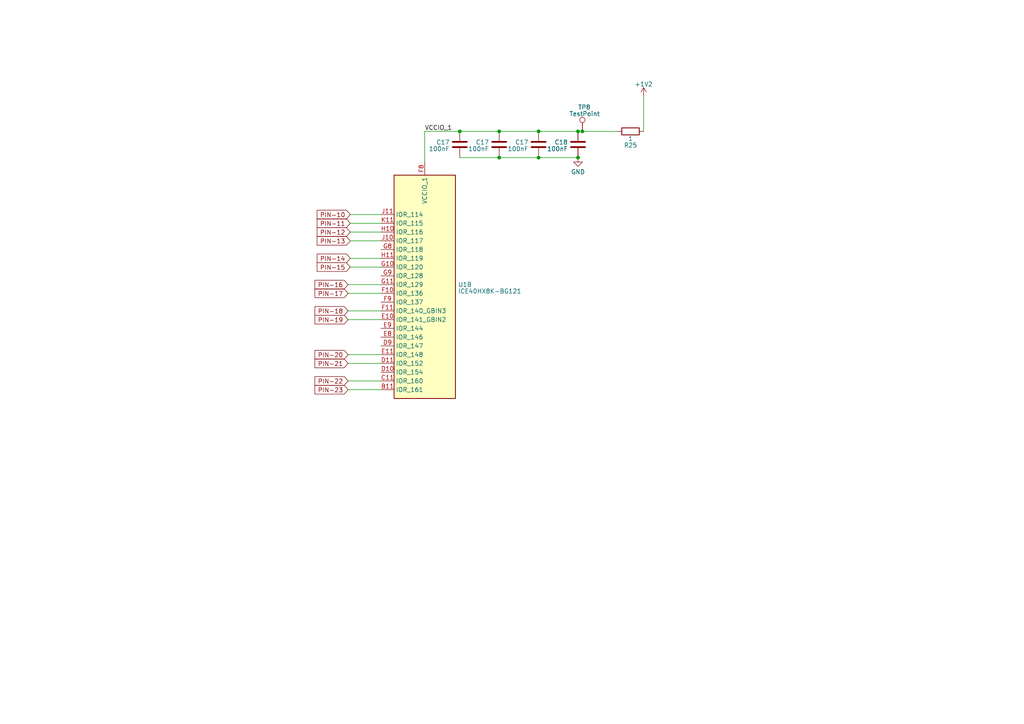
<source format=kicad_sch>
(kicad_sch (version 20230121) (generator eeschema)
  (paper "A4")
  (title_block (date "2023-04-22") (rev "V0.1"))
  (lib_symbols
    (symbol "Connector:TestPoint" (pin_numbers hide) (pin_names (offset 0.762) hide)
      (property "Reference" "TP" (at 0 6.858 0))
      (property "Value" "TestPoint" (at 0 5.08 0))
      (symbol "TestPoint_0_1"
        (circle (center 0 3.302) (radius 0.762))
      )
      (symbol "TestPoint_1_1"
        (pin passive line (at 0 0 90) (length 2.54) (name "1") (number "1"))
      )
    )
    (symbol "Device:C" (pin_numbers hide) (pin_names (offset 0.254))
      (property "Reference" "C" (at 0.635 2.54 0))
      (property "Value" "C" (at 0.635 -2.54 0))
      (symbol "C_0_1"
        (polyline (pts (xy -2.032 -0.762) (xy 2.032 -0.762)) (stroke (width 0.508)))
        (polyline (pts (xy -2.032 0.762) (xy 2.032 0.762)) (stroke (width 0.508)))
      )
      (symbol "C_1_1"
        (pin passive line (at 0 3.81 270) (length 2.794) (name "~") (number "1"))
        (pin passive line (at 0 -3.81 90) (length 2.794) (name "~") (number "2"))
      )
    )
    (symbol "Device:R" (pin_numbers hide) (pin_names (offset 0))
      (property "Reference" "R" (at 2.032 0 90))
      (property "Value" "R" (at 0 0 90))
      (symbol "R_0_1"
        (rectangle (start -1.016 -2.54) (end 1.016 2.54) (stroke (width 0.254)))
      )
      (symbol "R_1_1"
        (pin passive line (at 0 3.81 270) (length 1.27) (name "~") (number "1"))
        (pin passive line (at 0 -3.81 90) (length 1.27) (name "~") (number "2"))
      )
    )
    (symbol "FPGA_Lattice:ICE40HX8K-BG121"
      (property "Reference" "U" (at 2.54 44.45 0))
      (property "Value" "ICE40HX8K-BG121" (at 10.16 41.91 0))
      (symbol "ICE40HX8K-BG121_1_1"
        (rectangle (start -8.89 31.75) (end 8.89 -38.1) (stroke (width 0.254)) (fill (type background)))
        (pin bidirectional line (at -12.7 -35.56 0) (length 3.81) (name "IOT_225") (number "A1"))
        (pin bidirectional line (at -12.7 17.78 0) (length 3.81) (name "IOT_170") (number "A10"))
        (pin bidirectional line (at -12.7 20.32 0) (length 3.81) (name "IOT_168") (number "A11"))
        (pin bidirectional line (at -12.7 -30.48 0) (length 3.81) (name "IOT_222") (number "A2"))
        (pin bidirectional line (at -12.7 -33.02 0) (length 3.81) (name "IOT_223") (number "A3"))
        (pin bidirectional line (at -12.7 -20.32 0) (length 3.81) (name "IOT_211") (number "A4"))
        (pin bidirectional line (at -12.7 -15.24 0) (length 3.81) (name "IOT_207") (number "A5"))
        (pin bidirectional line (at -12.7 -12.7 0) (length 3.81) (name "IOT_206") (number "A6"))
        (pin bidirectional line (at -12.7 -5.08 0) (length 3.81) (name "IOT_192") (number "A7"))
        (pin bidirectional line (at -12.7 0 0) (length 3.81) (name "IOT_190") (number "A8"))
        (pin bidirectional line (at -12.7 7.62 0) (length 3.81) (name "IOT_178") (number "A9"))
        (pin bidirectional line (at -12.7 -27.94 0) (length 3.81) (name "IOT_221") (number "B3"))
        (pin bidirectional line (at -12.7 -25.4 0) (length 3.81) (name "IOT_219") (number "B4"))
        (pin bidirectional line (at -12.7 -17.78 0) (length 3.81) (name "IOT_208") (number "B5"))
        (pin bidirectional line (at -12.7 -10.16 0) (length 3.81) (name "IOT_198_GBIN0") (number "B6"))
        (pin bidirectional line (at -12.7 -7.62 0) (length 3.81) (name "IOT_197_GBIN1") (number "B7"))
        (pin bidirectional line (at -12.7 10.16 0) (length 3.81) (name "IOT_177") (number "B8"))
        (pin bidirectional line (at -12.7 12.7 0) (length 3.81) (name "IOT_174") (number "B9"))
        (pin bidirectional line (at -12.7 -2.54 0) (length 3.81) (name "IOT_191") (number "C7"))
        (pin bidirectional line (at -12.7 5.08 0) (length 3.81) (name "IOT_179") (number "C8"))
        (pin bidirectional line (at -12.7 15.24 0) (length 3.81) (name "IOT_172") (number "C9"))
        (pin bidirectional line (at -12.7 -22.86 0) (length 3.81) (name "IOT_212") (number "D5"))
        (pin power_in line (at 0 35.56 270) (length 3.81) (name "VCCIO_0") (number "D6"))
        (pin bidirectional line (at -12.7 2.54 0) (length 3.81) (name "IOT_181") (number "D7"))
      )
      (symbol "ICE40HX8K-BG121_2_1"
        (rectangle (start -8.89 31.75) (end 8.89 -33.02) (stroke (width 0.254)) (fill (type background)))
        (pin bidirectional line (at -12.7 -30.48 0) (length 3.81) (name "IOR_161") (number "B11"))
        (pin bidirectional line (at -12.7 -27.94 0) (length 3.81) (name "IOR_160") (number "C11"))
        (pin bidirectional line (at -12.7 -25.4 0) (length 3.81) (name "IOR_154") (number "D10"))
        (pin bidirectional line (at -12.7 -22.86 0) (length 3.81) (name "IOR_152") (number "D11"))
        (pin bidirectional line (at -12.7 -17.78 0) (length 3.81) (name "IOR_147") (number "D9"))
        (pin bidirectional line (at -12.7 -10.16 0) (length 3.81) (name "IOR_141_GBIN2") (number "E10"))
        (pin bidirectional line (at -12.7 -20.32 0) (length 3.81) (name "IOR_148") (number "E11"))
        (pin bidirectional line (at -12.7 -15.24 0) (length 3.81) (name "IOR_146") (number "E8"))
        (pin bidirectional line (at -12.7 -12.7 0) (length 3.81) (name "IOR_144") (number "E9"))
        (pin bidirectional line (at -12.7 -2.54 0) (length 3.81) (name "IOR_136") (number "F10"))
        (pin bidirectional line (at -12.7 -7.62 0) (length 3.81) (name "IOR_140_GBIN3") (number "F11"))
        (pin power_in line (at 0 35.56 270) (length 3.81) (name "VCCIO_1") (number "F8"))
        (pin bidirectional line (at -12.7 -5.08 0) (length 3.81) (name "IOR_137") (number "F9"))
        (pin bidirectional line (at -12.7 5.08 0) (length 3.81) (name "IOR_120") (number "G10"))
        (pin bidirectional line (at -12.7 0 0) (length 3.81) (name "IOR_129") (number "G11"))
        (pin bidirectional line (at -12.7 10.16 0) (length 3.81) (name "IOR_118") (number "G8"))
        (pin bidirectional line (at -12.7 2.54 0) (length 3.81) (name "IOR_128") (number "G9"))
        (pin bidirectional line (at -12.7 15.24 0) (length 3.81) (name "IOR_116") (number "H10"))
        (pin bidirectional line (at -12.7 7.62 0) (length 3.81) (name "IOR_119") (number "H11"))
        (pin bidirectional line (at -12.7 12.7 0) (length 3.81) (name "IOR_117") (number "J10"))
        (pin bidirectional line (at -12.7 20.32 0) (length 3.81) (name "IOR_114") (number "J11"))
        (pin bidirectional line (at -12.7 17.78 0) (length 3.81) (name "IOR_115") (number "K11"))
      )
      (symbol "ICE40HX8K-BG121_3_1"
        (rectangle (start -11.43 29.21) (end 11.43 -31.75) (stroke (width 0.254)) (fill (type background)))
        (pin power_in line (at 0 33.02 270) (length 3.81) (name "VCCIO_2") (number "H6"))
        (pin bidirectional line (at -15.24 -15.24 0) (length 3.81) (name "IOB_87") (number "H7"))
        (pin bidirectional line (at -15.24 -27.94 0) (length 3.81) (name "IOB_104_CBSEL1") (number "H9"))
        (pin bidirectional line (at -15.24 15.24 0) (length 3.81) (name "IOB_57") (number "J3"))
        (pin bidirectional line (at -15.24 7.62 0) (length 3.81) (name "IOB_64") (number "J4"))
        (pin bidirectional line (at -15.24 -2.54 0) (length 3.81) (name "IOB_78") (number "J5"))
        (pin bidirectional line (at -15.24 -12.7 0) (length 3.81) (name "IOB_86") (number "J7"))
        (pin bidirectional line (at -15.24 -20.32 0) (length 3.81) (name "IOB_91") (number "J8"))
        (pin bidirectional line (at -15.24 10.16 0) (length 3.81) (name "IOB_63") (number "K3"))
        (pin bidirectional line (at -15.24 0 0) (length 3.81) (name "IOB_73") (number "K4"))
        (pin bidirectional line (at -15.24 -5.08 0) (length 3.81) (name "IOB_79") (number "K5"))
        (pin bidirectional line (at -15.24 -10.16 0) (length 3.81) (name "IOB_82_GBIN4") (number "K6"))
        (pin bidirectional line (at -15.24 -17.78 0) (length 3.81) (name "IOB_89") (number "K7"))
        (pin open_collector line (at 15.24 25.4 180) (length 3.81) (name "CDONE") (number "K8"))
        (pin bidirectional line (at -15.24 17.78 0) (length 3.81) (name "IOB_56") (number "L1"))
        (pin bidirectional line (at -15.24 12.7 0) (length 3.81) (name "IOB_61") (number "L2"))
        (pin bidirectional line (at -15.24 5.08 0) (length 3.81) (name "IOB_71") (number "L3"))
        (pin bidirectional line (at -15.24 2.54 0) (length 3.81) (name "IOB_72") (number "L4"))
        (pin bidirectional line (at -15.24 -7.62 0) (length 3.81) (name "IOB_81_GBIN5") (number "L5"))
        (pin bidirectional line (at -15.24 -22.86 0) (length 3.81) (name "IOB_94") (number "L7"))
        (pin bidirectional line (at -15.24 -25.4 0) (length 3.81) (name "IOB_103_CBSEL0") (number "L8"))
        (pin input line (at -15.24 25.4 0) (length 3.81) (name "~{CRESET}") (number "L9"))
      )
      (symbol "ICE40HX8K-BG121_4_1"
        (rectangle (start -8.89 39.37) (end 8.89 -39.37) (stroke (width 0.254)) (fill (type background)))
        (pin bidirectional line (at -12.7 27.94 0) (length 3.81) (name "IOL_2A") (number "B1"))
        (pin bidirectional line (at -12.7 25.4 0) (length 3.81) (name "IOL_2B") (number "B2"))
        (pin bidirectional line (at -12.7 15.24 0) (length 3.81) (name "IOL_5B") (number "C1"))
        (pin bidirectional line (at -12.7 17.78 0) (length 3.81) (name "IOL_5A") (number "C2"))
        (pin bidirectional line (at -12.7 20.32 0) (length 3.81) (name "IOL_4B") (number "C3"))
        (pin bidirectional line (at -12.7 22.86 0) (length 3.81) (name "IOL_4A") (number "C4"))
        (pin bidirectional line (at -12.7 10.16 0) (length 3.81) (name "IOL_8B") (number "D1"))
        (pin bidirectional line (at -12.7 7.62 0) (length 3.81) (name "IOL_9A") (number "D2"))
        (pin bidirectional line (at -12.7 5.08 0) (length 3.81) (name "IOL_9B") (number "D3"))
        (pin bidirectional line (at -12.7 12.7 0) (length 3.81) (name "IOL_8A") (number "E1"))
        (pin bidirectional line (at -12.7 2.54 0) (length 3.81) (name "IOL_10A") (number "E2"))
        (pin bidirectional line (at -12.7 0 0) (length 3.81) (name "IOL_10B") (number "E3"))
        (pin power_in line (at 0 43.18 270) (length 3.81) (name "VCCIO_3") (number "E4"))
        (pin bidirectional line (at -12.7 -2.54 0) (length 3.81) (name "IOL_12A") (number "F1"))
        (pin bidirectional line (at -12.7 -5.08 0) (length 3.81) (name "IOL_12B") (number "F2"))
        (pin bidirectional line (at -12.7 -10.16 0) (length 3.81) (name "IOL_13B_GBIN7") (number "F3"))
        (pin bidirectional line (at -12.7 -7.62 0) (length 3.81) (name "IOL_13A") (number "F4"))
        (pin bidirectional line (at -12.7 -12.7 0) (length 3.81) (name "IOL_14A_GBIN6") (number "G1"))
        (pin bidirectional line (at -12.7 -15.24 0) (length 3.81) (name "IOL_14B") (number "G2"))
        (pin bidirectional line (at -12.7 -17.78 0) (length 3.81) (name "IOL_17A") (number "G3"))
        (pin passive line (at 0 43.18 270) (length 3.81) hide (name "VCCIO_3") (number "G4"))
        (pin bidirectional line (at -12.7 -22.86 0) (length 3.81) (name "IOL_18A") (number "H1"))
        (pin bidirectional line (at -12.7 -25.4 0) (length 3.81) (name "IOL_18B") (number "H2"))
        (pin bidirectional line (at -12.7 -20.32 0) (length 3.81) (name "IOL_17B") (number "H3"))
        (pin bidirectional line (at -12.7 -27.94 0) (length 3.81) (name "IOL_23A") (number "J1"))
        (pin bidirectional line (at -12.7 -35.56 0) (length 3.81) (name "IOL_25B") (number "J2"))
        (pin bidirectional line (at -12.7 -30.48 0) (length 3.81) (name "IOL_23B") (number "K1"))
        (pin bidirectional line (at -12.7 -33.02 0) (length 3.81) (name "IOL_25A") (number "K2"))
      )
      (symbol "ICE40HX8K-BG121_5_1"
        (rectangle (start -11.43 13.97) (end 11.43 -13.97) (stroke (width 0.254)) (fill (type background)))
        (pin power_in line (at -2.54 17.78 270) (length 3.81) (name "VPP_FAST") (number "B10"))
        (pin power_in line (at 0 17.78 270) (length 3.81) (name "VPP_2V5") (number "C10"))
        (pin power_in line (at 15.24 -10.16 180) (length 3.81) (name "GNDPLL1") (number "C5"))
        (pin power_in line (at 15.24 -2.54 180) (length 3.81) (name "VCCPLL1") (number "C6"))
        (pin passive line (at 2.54 17.78 270) (length 3.81) hide (name "VCC") (number "D4"))
        (pin power_in line (at 2.54 17.78 270) (length 3.81) (name "VCC") (number "D8"))
        (pin power_in line (at -7.62 -17.78 90) (length 3.81) (name "GND") (number "E5"))
        (pin passive line (at -7.62 -17.78 90) (length 3.81) hide (name "GND") (number "E6"))
        (pin passive line (at -7.62 -17.78 90) (length 3.81) hide (name "GND") (number "E7"))
        (pin passive line (at -7.62 -17.78 90) (length 3.81) hide (name "GND") (number "F5"))
        (pin passive line (at -7.62 -17.78 90) (length 3.81) hide (name "GND") (number "F6"))
        (pin passive line (at -7.62 -17.78 90) (length 3.81) hide (name "GND") (number "F7"))
        (pin passive line (at -7.62 -17.78 90) (length 3.81) hide (name "GND") (number "G5"))
        (pin passive line (at -7.62 -17.78 90) (length 3.81) hide (name "GND") (number "G6"))
        (pin passive line (at -7.62 -17.78 90) (length 3.81) hide (name "GND") (number "G7"))
        (pin passive line (at 2.54 17.78 270) (length 3.81) hide (name "VCC") (number "H4"))
        (pin passive line (at -7.62 -17.78 90) (length 3.81) hide (name "GND") (number "H5"))
        (pin passive line (at 2.54 17.78 270) (length 3.81) hide (name "VCC") (number "H8"))
        (pin power_in line (at 15.24 7.62 180) (length 3.81) (name "VCCPLL0") (number "J6"))
        (pin bidirectional line (at -15.24 0 0) (length 3.81) (name "IOB_106_SDI") (number "J9"))
        (pin bidirectional line (at -15.24 -5.08 0) (length 3.81) (name "IOB_108_SS") (number "K10"))
        (pin bidirectional line (at -15.24 2.54 0) (length 3.81) (name "IOB_105_SDO") (number "K9"))
        (pin bidirectional line (at -15.24 -2.54 0) (length 3.81) (name "IOB_107_SCK") (number "L10"))
        (pin power_in line (at -7.62 17.78 270) (length 3.81) (name "VCC_SPI") (number "L11"))
        (pin power_in line (at 15.24 0 180) (length 3.81) (name "GNDPLL0") (number "L6"))
      )
    )
    (symbol "power:+1V2" (power) (pin_names (offset 0))
      (property "Value" "+1V2" (at 0 3.556 0))
      (symbol "+1V2_0_1"
        (polyline (pts (xy -0.762 1.27) (xy 0 2.54)))
        (polyline (pts (xy 0 0) (xy 0 2.54)))
        (polyline (pts (xy 0 2.54) (xy 0.762 1.27)))
      )
      (symbol "+1V2_1_1"
        (pin power_in line (at 0 0 90) (length 0) hide (name "+1V2") (number "1"))
      )
    )
    (symbol "power:GND" (power) (pin_names (offset 0))
      (property "Value" "GND" (at 0 -3.81 0))
      (symbol "GND_0_1"
        (polyline (pts (xy 0 0) (xy 0 -1.27) (xy 1.27 -1.27) (xy 0 -2.54) (xy -1.27 -1.27) (xy 0 -1.27)))
      )
      (symbol "GND_1_1"
        (pin power_in line (at 0 0 270) (length 0) hide (name "GND") (number "1"))
      )
    )
  )
  (junction (at 133.35 38.1))
  (junction (at 156.21 45.72))
  (junction (at 144.78 38.1))
  (junction (at 156.21 38.1))
  (junction (at 167.64 45.72))
  (junction (at 167.64 38.1))
  (junction (at 144.78 45.72))
  (junction (at 168.91 38.1))
  (wire (pts (xy 100.965 110.49) (xy 110.49 110.49)))
  (wire (pts (xy 156.21 38.1) (xy 144.78 38.1)))
  (wire (pts (xy 100.965 90.17) (xy 110.49 90.17)))
  (wire (pts (xy 101.6 62.23) (xy 110.49 62.23)))
  (wire (pts (xy 101.6 64.77) (xy 110.49 64.77)))
  (wire (pts (xy 101.6 67.31) (xy 110.49 67.31)))
  (wire (pts (xy 101.6 74.93) (xy 110.49 74.93)))
  (wire (pts (xy 156.21 45.72) (xy 167.64 45.72)))
  (wire (pts (xy 144.78 38.1) (xy 133.35 38.1)))
  (wire (pts (xy 100.965 113.03) (xy 110.49 113.03)))
  (wire (pts (xy 156.21 45.72) (xy 144.78 45.72)))
  (wire (pts (xy 100.965 92.71) (xy 110.49 92.71)))
  (wire (pts (xy 123.19 38.1) (xy 123.19 46.99)))
  (wire (pts (xy 156.21 38.1) (xy 167.64 38.1)))
  (wire (pts (xy 186.69 27.94) (xy 186.69 38.1)))
  (wire (pts (xy 101.6 77.47) (xy 110.49 77.47)))
  (wire (pts (xy 168.91 38.1) (xy 179.07 38.1)))
  (wire (pts (xy 133.35 38.1) (xy 123.19 38.1)))
  (wire (pts (xy 100.965 85.09) (xy 110.49 85.09)))
  (wire (pts (xy 168.91 38.1) (xy 167.64 38.1)))
  (wire (pts (xy 100.965 105.41) (xy 110.49 105.41)))
  (wire (pts (xy 101.6 69.85) (xy 110.49 69.85)))
  (wire (pts (xy 100.965 82.55) (xy 110.49 82.55)))
  (wire (pts (xy 144.78 45.72) (xy 133.35 45.72)))
  (wire (pts (xy 100.965 102.87) (xy 110.49 102.87)))
  (label "VCCIO_1" (at 123.19 38.1 0))
  (global_label "PIN-20" (shape input) (at 100.965 102.87 180) (property "Intersheetrefs" "${INTERSHEET_REFS}" (effects hide)))
  (global_label "PIN-15" (shape input) (at 101.6 77.47 180) (property "Intersheetrefs" "${INTERSHEET_REFS}" (effects hide)))
  (global_label "PIN-10" (shape input) (at 101.6 62.23 180) (property "Intersheetrefs" "${INTERSHEET_REFS}" (effects hide)))
  (global_label "PIN-22" (shape input) (at 100.965 110.49 180) (property "Intersheetrefs" "${INTERSHEET_REFS}" (effects hide)))
  (global_label "PIN-11" (shape input) (at 101.6 64.77 180) (property "Intersheetrefs" "${INTERSHEET_REFS}" (effects hide)))
  (global_label "PIN-13" (shape input) (at 101.6 69.85 180) (property "Intersheetrefs" "${INTERSHEET_REFS}" (effects hide)))
  (global_label "PIN-18" (shape input) (at 100.965 90.17 180) (property "Intersheetrefs" "${INTERSHEET_REFS}" (effects hide)))
  (global_label "PIN-19" (shape input) (at 100.965 92.71 180) (property "Intersheetrefs" "${INTERSHEET_REFS}" (effects hide)))
  (global_label "PIN-14" (shape input) (at 101.6 74.93 180) (property "Intersheetrefs" "${INTERSHEET_REFS}" (effects hide)))
  (global_label "PIN-12" (shape input) (at 101.6 67.31 180) (property "Intersheetrefs" "${INTERSHEET_REFS}" (effects hide)))
  (global_label "PIN-16" (shape input) (at 100.965 82.55 180) (property "Intersheetrefs" "${INTERSHEET_REFS}" (effects hide)))
  (global_label "PIN-17" (shape input) (at 100.965 85.09 180) (property "Intersheetrefs" "${INTERSHEET_REFS}" (effects hide)))
  (global_label "PIN-23" (shape input) (at 100.965 113.03 180) (property "Intersheetrefs" "${INTERSHEET_REFS}" (effects hide)))
  (global_label "PIN-21" (shape input) (at 100.965 105.41 180) (property "Intersheetrefs" "${INTERSHEET_REFS}" (effects hide)))
  (symbol (lib_id "FPGA_Lattice:ICE40HX8K-BG121") (at 123.19 82.55 0) (unit 2)
    (property "Reference" "U1" (at 132.842 82.5413 0) (effects (justify left)))
    (property "Value" "ICE40HX8K-BG121" (at 132.842 84.4623 0) (effects (justify left)))
    (property "Footprint" "Package_BGA:BGA-121_9.0x9.0mm_Layout11x11_P0.8mm_Ball0.4mm_Pad0.35mm_NSMD" (effects hide))
    (property "Datasheet" "http://www.latticesemi.com/Products/FPGAandCPLD/iCE40" (effects hide))
    (instances (project "UFO-FPGA" (path "" (reference "U1") (unit 2)) (path "" (reference "U1") (unit 2)) (path "" (reference "U2") (unit 2)) (path "" (reference "U3") (unit 2))))
  )
  (symbol (lib_id "Device:C") (at 144.78 41.91 0) (mirror y) (unit 1)
    (property "Reference" "C17" (at 141.859 41.2663 0) (effects (justify left)))
    (property "Value" "100nF" (at 141.859 43.1873 0) (effects (justify left)))
    (instances (project "UFO-FPGA" (path "" (reference "C17") (unit 1)) (path "" (reference "C23") (unit 1)) (path "" (reference "C26") (unit 1))))
  )
  (symbol (lib_id "Device:R") (at 182.88 38.1 270) (unit 1)
    (property "Reference" "R25" (at 182.88 42.1259 90))
    (property "Value" "1" (at 182.88 40.2049 90))
    (instances (project "UFO-FPGA" (path "" (reference "R25") (unit 1)) (path "" (reference "R28") (unit 1)) (path "" (reference "R30") (unit 1))))
  )
  (symbol (lib_id "power:GND") (at 167.64 45.72 0) (unit 1)
    (property "Reference" "#PWR0102" (effects hide))
    (property "Value" "GND" (at 167.64 49.8555 0))
  )
  (symbol (lib_id "Device:C") (at 167.64 41.91 0) (mirror y) (unit 1)
    (property "Reference" "C18" (at 164.719 41.2663 0) (effects (justify left)))
    (property "Value" "100nF" (at 164.719 43.1873 0) (effects (justify left)))
    (instances (project "UFO-FPGA" (path "" (reference "C18") (unit 1)) (path "" (reference "C21") (unit 1)) (path "" (reference "C28") (unit 1))))
  )
  (symbol (lib_id "power:+1V2") (at 186.69 27.94 0) (unit 1)
    (property "Reference" "#PWR024" (effects hide))
    (property "Value" "+1V2" (at 186.69 24.4381 0))
    (instances (project "UFO-FPGA" (path "" (reference "#PWR024") (unit 1)) (path "" (reference "#PWR027") (unit 1)) (path "" (reference "#PWR029") (unit 1)) (path "" (reference "#PWR036") (unit 1))))
  )
  (symbol (lib_id "Connector:TestPoint") (at 168.91 38.1 0) (unit 1)
    (property "Reference" "TP8" (at 167.64 31.115 0) (effects (justify left)))
    (property "Value" "TestPoint" (at 165.1 33.02 0) (effects (justify left)))
    (instances (project "UFO-FPGA" (path "" (reference "TP8") (unit 1)) (path "" (reference "TP5") (unit 1)) (path "" (reference "TP9") (unit 1))))
  )
  (symbol (lib_id "Device:C") (at 156.21 41.91 0) (mirror y) (unit 1)
    (property "Reference" "C17" (at 153.289 41.2663 0) (effects (justify left)))
    (property "Value" "100nF" (at 153.289 43.1873 0) (effects (justify left)))
    (instances (project "UFO-FPGA" (path "" (reference "C17") (unit 1)) (path "" (reference "C22") (unit 1)) (path "" (reference "C27") (unit 1))))
  )
  (symbol (lib_id "Device:C") (at 133.35 41.91 0) (mirror y) (unit 1)
    (property "Reference" "C17" (at 130.429 41.2663 0) (effects (justify left)))
    (property "Value" "100nF" (at 130.429 43.1873 0) (effects (justify left)))
    (instances (project "UFO-FPGA" (path "" (reference "C17") (unit 1)) (path "" (reference "C24") (unit 1)) (path "" (reference "C25") (unit 1))))
  )
)
</source>
